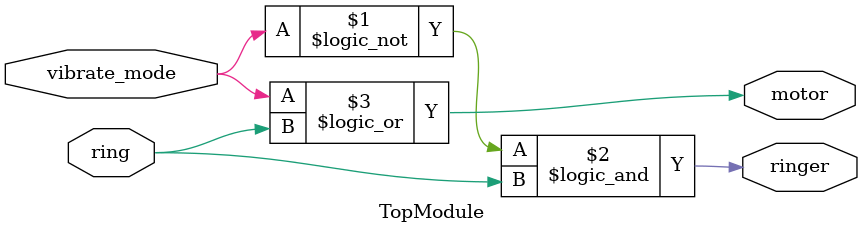
<source format=sv>


module TopModule (
  input ring,
  input vibrate_mode,
  output ringer,
  output motor
);

assign ringer = !vibrate_mode && ring;
assign motor = vibrate_mode || ring;
endmodule

</source>
